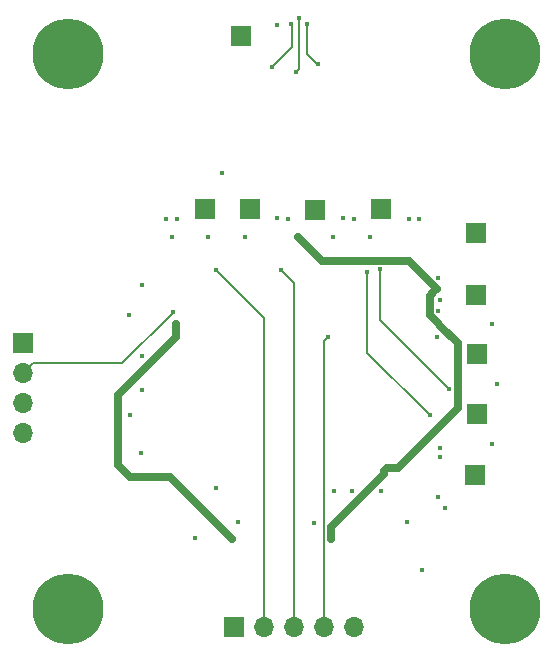
<source format=gbr>
G04 #@! TF.GenerationSoftware,KiCad,Pcbnew,(5.0.1)-3*
G04 #@! TF.CreationDate,2019-01-05T18:42:13-08:00*
G04 #@! TF.ProjectId,EScope-MSDAQ-2-INTANDAQ,4553636F70652D4D534441512D322D49,rev?*
G04 #@! TF.SameCoordinates,Original*
G04 #@! TF.FileFunction,Copper,L4,Bot,Signal*
G04 #@! TF.FilePolarity,Positive*
%FSLAX46Y46*%
G04 Gerber Fmt 4.6, Leading zero omitted, Abs format (unit mm)*
G04 Created by KiCad (PCBNEW (5.0.1)-3) date 1/5/2019 6:42:13 PM*
%MOMM*%
%LPD*%
G01*
G04 APERTURE LIST*
G04 #@! TA.AperFunction,ComponentPad*
%ADD10C,6.000000*%
G04 #@! TD*
G04 #@! TA.AperFunction,ComponentPad*
%ADD11R,1.700000X1.700000*%
G04 #@! TD*
G04 #@! TA.AperFunction,ComponentPad*
%ADD12O,1.700000X1.700000*%
G04 #@! TD*
G04 #@! TA.AperFunction,ViaPad*
%ADD13C,0.450000*%
G04 #@! TD*
G04 #@! TA.AperFunction,Conductor*
%ADD14C,0.203200*%
G04 #@! TD*
G04 #@! TA.AperFunction,Conductor*
%ADD15C,0.635000*%
G04 #@! TD*
G04 #@! TA.AperFunction,Conductor*
%ADD16C,0.152400*%
G04 #@! TD*
G04 APERTURE END LIST*
D10*
G04 #@! TO.P,H1,1*
G04 #@! TO.N,GND*
X162023600Y-122633800D03*
G04 #@! TD*
G04 #@! TO.P,H3,1*
G04 #@! TO.N,GND*
X125023600Y-122633800D03*
G04 #@! TD*
G04 #@! TO.P,H4,1*
G04 #@! TO.N,GND*
X162023600Y-75633800D03*
G04 #@! TD*
G04 #@! TO.P,H2,1*
G04 #@! TO.N,GND*
X125023600Y-75633800D03*
G04 #@! TD*
D11*
G04 #@! TO.P,J13,1*
G04 #@! TO.N,GND*
X159588200Y-90779600D03*
G04 #@! TD*
G04 #@! TO.P,J12,1*
G04 #@! TO.N,+3V3*
X159562800Y-96037400D03*
G04 #@! TD*
G04 #@! TO.P,J10,1*
G04 #@! TO.N,/LED2*
X159664400Y-106095800D03*
G04 #@! TD*
G04 #@! TO.P,J9,1*
G04 #@! TO.N,/LED1*
X159639000Y-101092000D03*
G04 #@! TD*
G04 #@! TO.P,J11,1*
G04 #@! TO.N,/LED3*
X159486600Y-111277400D03*
G04 #@! TD*
G04 #@! TO.P,J8,1*
G04 #@! TO.N,/MCU_SPI_MISO*
X136613900Y-88757760D03*
G04 #@! TD*
G04 #@! TO.P,J7,1*
G04 #@! TO.N,/MCU_SPI_SPCK*
X145961100Y-88831420D03*
G04 #@! TD*
G04 #@! TO.P,J6,1*
G04 #@! TO.N,/MCU_SPI_NPCS*
X151521160Y-88773000D03*
G04 #@! TD*
G04 #@! TO.P,J5,1*
G04 #@! TO.N,/MCU_SPI_MOSI*
X140416280Y-88745060D03*
G04 #@! TD*
G04 #@! TO.P,J3,1*
G04 #@! TO.N,Net-(J3-Pad1)*
X139700000Y-74168000D03*
G04 #@! TD*
G04 #@! TO.P,J1,1*
G04 #@! TO.N,+3V3*
X121248201Y-100148401D03*
D12*
G04 #@! TO.P,J1,2*
G04 #@! TO.N,/SWDIO*
X121248201Y-102688401D03*
G04 #@! TO.P,J1,3*
G04 #@! TO.N,/SWCLK*
X121248201Y-105228401D03*
G04 #@! TO.P,J1,4*
G04 #@! TO.N,GND*
X121248201Y-107768401D03*
G04 #@! TD*
D11*
G04 #@! TO.P,J2,1*
G04 #@! TO.N,+3V3*
X139115800Y-124155200D03*
D12*
G04 #@! TO.P,J2,2*
G04 #@! TO.N,/RD*
X141655800Y-124155200D03*
G04 #@! TO.P,J2,3*
G04 #@! TO.N,/RF*
X144195800Y-124155200D03*
G04 #@! TO.P,J2,4*
G04 #@! TO.N,/RK*
X146735800Y-124155200D03*
G04 #@! TO.P,J2,5*
G04 #@! TO.N,GND*
X149275800Y-124155200D03*
G04 #@! TD*
D13*
G04 #@! TO.N,+3V3*
X130187200Y-97727000D03*
X130276600Y-106197400D03*
X145872200Y-115392200D03*
X151536400Y-112623600D03*
X156502600Y-109817400D03*
X156400000Y-97422200D03*
X150571200Y-91109800D03*
X133807200Y-91186000D03*
X133350000Y-89611200D03*
X142773400Y-89560400D03*
X148337540Y-89558860D03*
X153875240Y-89611200D03*
G04 #@! TO.N,GND*
X136906000Y-91160600D03*
X140055600Y-91160600D03*
X131267200Y-95199200D03*
X131267200Y-101244400D03*
X131267200Y-104114600D03*
X131241800Y-109474000D03*
X139395200Y-115316000D03*
X135788400Y-116636800D03*
X153720800Y-115265200D03*
X156972000Y-114071400D03*
X156337000Y-113131600D03*
X154992400Y-119380000D03*
X156514800Y-96520000D03*
X156337000Y-94627200D03*
X147447000Y-91135200D03*
X149072600Y-112649000D03*
X147556800Y-112657200D03*
X160909000Y-108712000D03*
X161391600Y-103581200D03*
X160909000Y-98552000D03*
X134242040Y-89662000D03*
X138049000Y-85710000D03*
X143662400Y-89611200D03*
X149227540Y-89608660D03*
X154762200Y-89585800D03*
X142709900Y-73240900D03*
X156260806Y-99618800D03*
X137566400Y-112420400D03*
X156549649Y-108981951D03*
G04 #@! TO.N,/SCLK-*
X146177000Y-76531800D03*
X145262600Y-73152000D03*
G04 #@! TO.N,/MOSI-*
X144361800Y-77165200D03*
X144627600Y-72644000D03*
G04 #@! TO.N,/MISO-*
X142290800Y-76758800D03*
X143934194Y-73152120D03*
G04 #@! TO.N,/VDDCORE*
X138938000Y-116687600D03*
X147294600Y-116713000D03*
X130251200Y-111429800D03*
X156350200Y-98437200D03*
X156274000Y-95517200D03*
X144475200Y-91135200D03*
X151815800Y-110972600D03*
X134188200Y-98526600D03*
G04 #@! TO.N,/RK*
X147023604Y-99633800D03*
G04 #@! TO.N,/RF*
X143052800Y-93903800D03*
G04 #@! TO.N,/RD*
X137556800Y-93903800D03*
G04 #@! TO.N,/SWDIO*
X133943800Y-97501000D03*
G04 #@! TO.N,/LED3*
X150394400Y-94081600D03*
X155702000Y-106248200D03*
G04 #@! TO.N,/LED2*
X151434800Y-93853000D03*
X157276800Y-104012996D03*
G04 #@! TD*
D14*
G04 #@! TO.N,/SCLK-*
X145249900Y-73164700D02*
X145262600Y-73152000D01*
X145249900Y-75628500D02*
X145249900Y-73164700D01*
X146177000Y-76531800D02*
X146153200Y-76531800D01*
X146153200Y-76531800D02*
X145249900Y-75628500D01*
G04 #@! TO.N,/MOSI-*
X144627600Y-76899400D02*
X144627600Y-72962198D01*
X144361800Y-77165200D02*
X144627600Y-76899400D01*
X144627600Y-72962198D02*
X144627600Y-72644000D01*
G04 #@! TO.N,/MISO-*
X143979900Y-73197826D02*
X143934194Y-73152120D01*
X143979900Y-75044300D02*
X143979900Y-73197826D01*
X142290800Y-76758800D02*
X142290800Y-76733400D01*
X142290800Y-76733400D02*
X143979900Y-75044300D01*
D15*
G04 #@! TO.N,/VDDCORE*
X147294600Y-115697000D02*
X147294600Y-116713000D01*
X151815800Y-110972600D02*
X151815800Y-111175800D01*
X151815800Y-111175800D02*
X147294600Y-115697000D01*
X133680200Y-111429800D02*
X130251200Y-111429800D01*
X138938000Y-116687600D02*
X133680200Y-111429800D01*
X156049001Y-95742199D02*
X156274000Y-95517200D01*
X155676600Y-96114600D02*
X156049001Y-95742199D01*
X156350200Y-98437200D02*
X155676600Y-97763600D01*
X155676600Y-97763600D02*
X155676600Y-96114600D01*
X156049001Y-95292201D02*
X156274000Y-95517200D01*
X153940299Y-93183499D02*
X156049001Y-95292201D01*
X146523499Y-93183499D02*
X153940299Y-93183499D01*
X144475200Y-91135200D02*
X146523499Y-93183499D01*
X134188200Y-99593400D02*
X134188200Y-98526600D01*
X129260600Y-104521000D02*
X134188200Y-99593400D01*
X130251200Y-111429800D02*
X129260600Y-110439200D01*
X129260600Y-110439200D02*
X129260600Y-104521000D01*
X156575199Y-98662199D02*
X156350200Y-98437200D01*
X158064200Y-100151200D02*
X156575199Y-98662199D01*
X158064200Y-105664000D02*
X158064200Y-100151200D01*
X152980599Y-110747601D02*
X158064200Y-105664000D01*
X151815800Y-110972600D02*
X152040799Y-110747601D01*
X152040799Y-110747601D02*
X152980599Y-110747601D01*
D14*
G04 #@! TO.N,/RK*
X146798605Y-99858799D02*
X147023604Y-99633800D01*
X146735800Y-124155200D02*
X146735800Y-99921604D01*
X146735800Y-99921604D02*
X146798605Y-99858799D01*
G04 #@! TO.N,/RF*
X144195800Y-95046800D02*
X143052800Y-93903800D01*
X144195800Y-124155200D02*
X144195800Y-95046800D01*
G04 #@! TO.N,/RD*
X141655800Y-98002800D02*
X137556800Y-93903800D01*
X141655800Y-124155200D02*
X141655800Y-98002800D01*
D16*
G04 #@! TO.N,/SWDIO*
X133718801Y-97725999D02*
X133943800Y-97501000D01*
X129606398Y-101838402D02*
X133718801Y-97725999D01*
X122098200Y-101838402D02*
X129606398Y-101838402D01*
X121248201Y-102688401D02*
X122098200Y-101838402D01*
D14*
G04 #@! TO.N,/LED3*
X155477001Y-106023201D02*
X155702000Y-106248200D01*
X150394400Y-94081600D02*
X150394400Y-100940600D01*
X150394400Y-100940600D02*
X155477001Y-106023201D01*
G04 #@! TO.N,/LED2*
X157051801Y-103787997D02*
X157276800Y-104012996D01*
X151434800Y-93853000D02*
X151434800Y-98170996D01*
X151434800Y-98170996D02*
X157051801Y-103787997D01*
G04 #@! TD*
M02*

</source>
